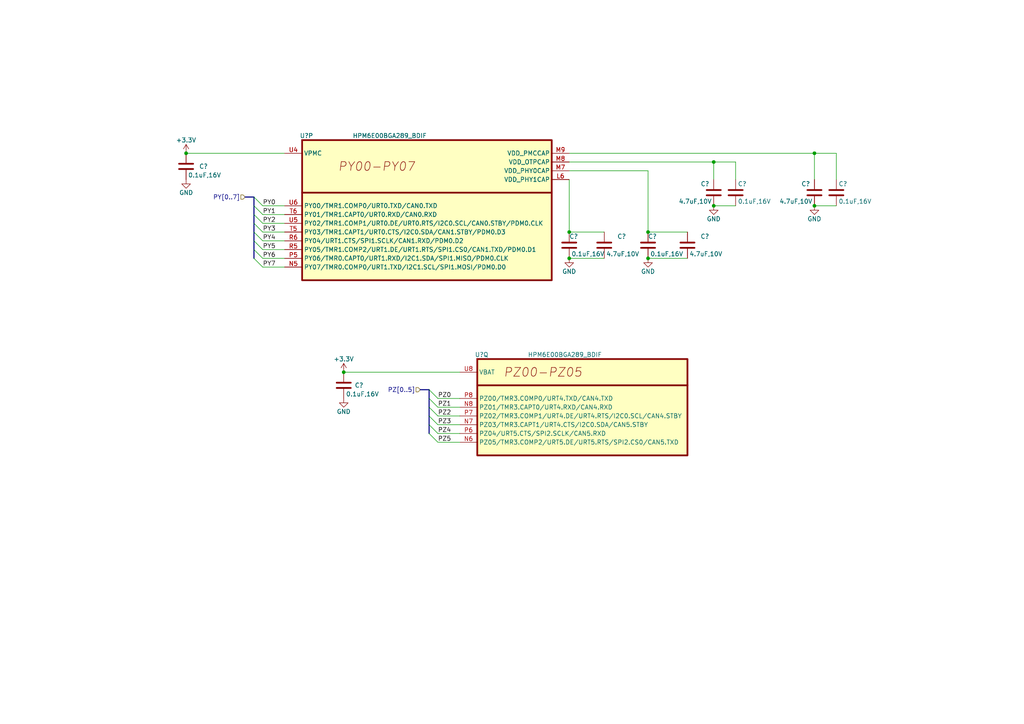
<source format=kicad_sch>
(kicad_sch (version 20230121) (generator eeschema)
  (paper "A4")
  (title_block (title "HPM6E00ADCEVKRevC") (date "2024-09-17") (rev "RevC") (comment 1 "MCU_PY&PZ"))
  (junction (at 187.96 74.93))
  (junction (at 207.01 59.69))
  (junction (at 99.695 107.95))
  (junction (at 236.22 44.45))
  (junction (at 165.1 74.93))
  (junction (at 165.1 67.31))
  (junction (at 53.975 44.45))
  (junction (at 236.22 59.69))
  (junction (at 207.01 46.99))
  (junction (at 187.96 67.31))
  (bus_entry (at 73.66 72.39) (size 2.54 2.54))
  (bus_entry (at 124.46 115.57) (size 2.54 2.54))
  (bus_entry (at 124.46 113.03) (size 2.54 2.54))
  (bus_entry (at 124.46 123.19) (size 2.54 2.54))
  (bus_entry (at 73.66 57.15) (size 2.54 2.54))
  (bus_entry (at 124.46 120.65) (size 2.54 2.54))
  (bus_entry (at 73.66 74.93) (size 2.54 2.54))
  (bus_entry (at 73.66 69.85) (size 2.54 2.54))
  (bus_entry (at 73.66 62.23) (size 2.54 2.54))
  (bus_entry (at 124.46 125.73) (size 2.54 2.54))
  (bus_entry (at 124.46 118.11) (size 2.54 2.54))
  (bus_entry (at 73.66 59.69) (size 2.54 2.54))
  (bus_entry (at 73.66 64.77) (size 2.54 2.54))
  (bus_entry (at 73.66 67.31) (size 2.54 2.54))
  (wire (pts (xy 213.36 46.99) (xy 207.01 46.99)))
  (wire (pts (xy 127 115.57) (xy 133.35 115.57)))
  (wire (pts (xy 207.01 59.69) (xy 213.36 59.69)))
  (bus (pts (xy 73.66 67.31) (xy 73.66 69.85)))
  (bus (pts (xy 73.66 62.23) (xy 73.66 64.77)))
  (bus (pts (xy 124.46 113.03) (xy 124.46 115.57)))
  (wire (pts (xy 236.22 44.45) (xy 236.22 52.07)))
  (bus (pts (xy 124.46 115.57) (xy 124.46 118.11)))
  (wire (pts (xy 76.2 67.31) (xy 82.55 67.31)))
  (bus (pts (xy 71.12 57.15) (xy 73.66 57.15)))
  (wire (pts (xy 76.2 74.93) (xy 82.55 74.93)))
  (wire (pts (xy 165.1 46.99) (xy 207.01 46.99)))
  (wire (pts (xy 53.975 44.45) (xy 82.55 44.45)))
  (wire (pts (xy 76.2 59.69) (xy 82.55 59.69)))
  (wire (pts (xy 213.36 46.99) (xy 213.36 52.07)))
  (wire (pts (xy 187.96 74.93) (xy 199.39 74.93)))
  (wire (pts (xy 165.1 74.93) (xy 175.26 74.93)))
  (wire (pts (xy 76.2 62.23) (xy 82.55 62.23)))
  (wire (pts (xy 236.22 44.45) (xy 242.57 44.45)))
  (bus (pts (xy 73.66 59.69) (xy 73.66 62.23)))
  (bus (pts (xy 73.66 57.15) (xy 73.66 59.69)))
  (wire (pts (xy 127 123.19) (xy 133.35 123.19)))
  (wire (pts (xy 76.2 77.47) (xy 82.55 77.47)))
  (wire (pts (xy 99.695 107.95) (xy 133.35 107.95)))
  (wire (pts (xy 242.57 44.45) (xy 242.57 52.07)))
  (wire (pts (xy 207.01 52.07) (xy 207.01 46.99)))
  (wire (pts (xy 165.1 44.45) (xy 236.22 44.45)))
  (bus (pts (xy 73.66 69.85) (xy 73.66 72.39)))
  (bus (pts (xy 124.46 123.19) (xy 124.46 125.73)))
  (wire (pts (xy 76.2 72.39) (xy 82.55 72.39)))
  (wire (pts (xy 76.2 64.77) (xy 82.55 64.77)))
  (wire (pts (xy 187.96 49.53) (xy 187.96 67.31)))
  (bus (pts (xy 124.46 120.65) (xy 124.46 123.19)))
  (wire (pts (xy 127 120.65) (xy 133.35 120.65)))
  (wire (pts (xy 187.96 67.31) (xy 199.39 67.31)))
  (bus (pts (xy 73.66 64.77) (xy 73.66 67.31)))
  (wire (pts (xy 165.1 67.31) (xy 175.26 67.31)))
  (wire (pts (xy 236.22 59.69) (xy 242.57 59.69)))
  (wire (pts (xy 76.2 69.85) (xy 82.55 69.85)))
  (wire (pts (xy 127 118.11) (xy 133.35 118.11)))
  (wire (pts (xy 127 125.73) (xy 133.35 125.73)))
  (wire (pts (xy 187.96 49.53) (xy 165.1 49.53)))
  (bus (pts (xy 73.66 72.39) (xy 73.66 74.93)))
  (bus (pts (xy 124.46 118.11) (xy 124.46 120.65)))
  (wire (pts (xy 127 128.27) (xy 133.35 128.27)))
  (bus (pts (xy 121.92 113.03) (xy 124.46 113.03)))
  (wire (pts (xy 165.1 67.31) (xy 165.1 52.07)))
  (label "PZ4" (at 127 125.73 0))
  (label "PZ1" (at 127 118.11 0))
  (label "PZ5" (at 127 128.27 0))
  (label "PY1" (at 76.2 62.23 0))
  (label "PY3" (at 76.2 67.31 0))
  (label "PY7" (at 76.2 77.47 0))
  (label "PZ3" (at 127 123.19 0))
  (label "PY2" (at 76.2 64.77 0))
  (label "PY4" (at 76.2 69.85 0))
  (label "PZ2" (at 127 120.65 0))
  (label "PY6" (at 76.2 74.93 0))
  (label "PY5" (at 76.2 72.39 0))
  (label "PY0" (at 76.2 59.69 0))
  (label "PZ0" (at 127 115.57 0))
  (hierarchical_label "PY[0..7]" (shape input) (at 71.12 57.15 180))
  (hierarchical_label "PZ[0..5]" (shape input) (at 121.92 113.03 180))
  (symbol (lib_id "03_HPM_Capacitance:0.1uF,16V_0402") (at 99.695 111.76 0) (unit 1)
    (property "Reference" "C?" (at 102.87 111.76 0) (effects (justify left)))
    (property "Value" "0.1uF,16V" (at 100.33 114.3 0) (effects (justify left)))
    (property "Footprint" "03_HPM_Capacitance:C_0402" (effects hide))
    (property "Model" "CL05B104KO5NNNC" (effects hide))
    (property "Company" "SAMSUNG(三星)" (effects hide))
    (instances (project "HPM6E00 SKT Board BGA289_BDIF REVA" (path "" (reference "C?") (unit 1))) (project "HPM6E00ADCEVKRevC" (path "" (reference "C57") (unit 1))))
  )
  (symbol (lib_id "03_HPM_Capacitance:0.1uF,16V_0402") (at 187.96 71.12 0) (unit 1)
    (property "Reference" "C?" (at 187.96 68.58 0) (effects (justify left)))
    (property "Value" "0.1uF,16V" (at 188.595 73.66 0) (effects (justify left)))
    (property "Footprint" "03_HPM_Capacitance:C_0402_1005Metric" (effects hide))
    (property "Model" "CL05B104KO5NNNC" (effects hide))
    (property "Company" "SAMSUNG(三星)" (effects hide))
    (instances (project "HPM6E00 SKT Board BGA289_BDIF REVA" (path "" (reference "C?") (unit 1))) (project "HPM6E00ADCEVKRevC" (path "" (reference "C60") (unit 1))))
  )
  (symbol (lib_id "03_HPM_Capacitance:0.1uF,16V_0402") (at 242.57 55.88 0) (unit 1)
    (property "Reference" "C?" (at 243.205 53.34 0) (effects (justify left)))
    (property "Value" "0.1uF,16V" (at 243.205 58.42 0) (effects (justify left)))
    (property "Footprint" "03_HPM_Capacitance:C_0402" (effects hide))
    (property "Model" "CL05B104KO5NNNC" (effects hide))
    (property "Company" "SAMSUNG(三星)" (effects hide))
    (instances (project "HPM6E00 SKT Board BGA289_BDIF REVA" (path "" (reference "C?") (unit 1))) (project "HPM6E00ADCEVKRevC" (path "" (reference "C65") (unit 1))))
  )
  (symbol (lib_id "03_HPM_Capacitance:0.1uF,16V_0402") (at 213.36 55.88 0) (unit 1)
    (property "Reference" "C?" (at 213.995 53.34 0) (effects (justify left)))
    (property "Value" "0.1uF,16V" (at 213.995 58.42 0) (effects (justify left)))
    (property "Footprint" "03_HPM_Capacitance:C_0402" (effects hide))
    (property "Model" "CL05B104KO5NNNC" (effects hide))
    (property "Company" "SAMSUNG(三星)" (effects hide))
    (instances (project "HPM6E00 SKT Board BGA289_BDIF REVA" (path "" (reference "C?") (unit 1))) (project "HPM6E00ADCEVKRevC" (path "" (reference "C63") (unit 1))))
  )
  (symbol (lib_id "03_HPM_Capacitance:4.7uF,10V_0402") (at 175.26 71.12 0) (mirror y) (unit 1)
    (property "Reference" "C?" (at 181.61 68.58 0) (effects (justify left)))
    (property "Value" "4.7uF,10V" (at 185.42 73.66 0) (effects (justify left)))
    (property "Footprint" "03_HPM_Capacitance:C_0402_1005Metric" (effects hide))
    (property "Model" " CL05A475MP5NRNC" (effects hide))
    (property "Company" " SAMSUNG(三星)" (effects hide))
    (instances (project "HPM6E00 SKT Board BGA289_BDIF REVA" (path "" (reference "C?") (unit 1))) (project "HPM6E00ADCEVKRevC" (path "" (reference "C?") (unit 1)) (path "" (reference "C59") (unit 1))))
  )
  (symbol (lib_id "03_HPM_Capacitance:0.1uF,16V_0402") (at 165.1 71.12 0) (unit 1)
    (property "Reference" "C?" (at 165.1 68.58 0) (effects (justify left)))
    (property "Value" "0.1uF,16V" (at 165.735 73.66 0) (effects (justify left)))
    (property "Footprint" "03_HPM_Capacitance:C_0402_1005Metric" (effects hide))
    (property "Model" "CL05B104KO5NNNC" (effects hide))
    (property "Company" "SAMSUNG(三星)" (effects hide))
    (instances (project "HPM6E00 SKT Board BGA289_BDIF REVA" (path "" (reference "C?") (unit 1))) (project "HPM6E00ADCEVKRevC" (path "" (reference "C58") (unit 1))))
  )
  (symbol (lib_id "power:+3.3V") (at 99.695 107.95 0) (unit 1)
    (property "Reference" "#PWR?" (effects hide))
    (property "Value" "+3.3V" (at 99.695 104.14 0))
    (instances (project "HPM6E00 SKT Board BGA289_BDIF REVA" (path "" (reference "#PWR?") (unit 1)) (path "" (reference "#PWR?") (unit 1)) (path "" (reference "#PWR?") (unit 1)) (path "" (reference "#PWR?") (unit 1))) (project "HPM5300-CON-JTAG" (path "" (reference "#PWR?") (unit 1))) (project "HPM6E00ADCEVKRevC" (path "" (reference "#PWR0161") (unit 1))) (project "HPM5300 SKT Board LQFP100 REVA" (path "" (reference "#PWR?") (unit 1))))
  )
  (symbol (lib_id "power:GND") (at 165.1 74.93 0) (mirror y) (unit 1)
    (property "Reference" "#PWR?" (effects hide))
    (property "Value" "GND" (at 167.132 78.74 0) (effects (justify left)))
    (instances (project "HPM6E00 SKT Board BGA289_BDIF REVA" (path "" (reference "#PWR?") (unit 1)) (path "" (reference "#PWR?") (unit 1)) (path "" (reference "#PWR?") (unit 1)) (path "" (reference "#PWR?") (unit 1))) (project "HPM5300-CON-JTAG" (path "" (reference "#PWR?") (unit 1))) (project "HPM6E00ADCEVKRevC" (path "" (reference "#PWR0163") (unit 1))) (project "HPM5300 SKT Board LQFP100 REVA" (path "" (reference "#PWR?") (unit 1))))
  )
  (symbol (lib_id "power:GND") (at 99.695 115.57 0) (mirror y) (unit 1)
    (property "Reference" "#PWR?" (effects hide))
    (property "Value" "GND" (at 101.727 119.38 0) (effects (justify left)))
    (instances (project "HPM6E00 SKT Board BGA289_BDIF REVA" (path "" (reference "#PWR?") (unit 1)) (path "" (reference "#PWR?") (unit 1)) (path "" (reference "#PWR?") (unit 1)) (path "" (reference "#PWR?") (unit 1))) (project "HPM5300-CON-JTAG" (path "" (reference "#PWR?") (unit 1))) (project "HPM6E00ADCEVKRevC" (path "" (reference "#PWR0162") (unit 1))) (project "HPM5300 SKT Board LQFP100 REVA" (path "" (reference "#PWR?") (unit 1))))
  )
  (symbol (lib_id "03_HPM_Capacitance:4.7uF,10V_0402") (at 199.39 71.12 0) (mirror y) (unit 1)
    (property "Reference" "C?" (at 205.74 68.58 0) (effects (justify left)))
    (property "Value" "4.7uF,10V" (at 209.55 73.66 0) (effects (justify left)))
    (property "Footprint" "03_HPM_Capacitance:C_0402_1005Metric" (effects hide))
    (property "Model" " CL05A475MP5NRNC" (effects hide))
    (property "Company" " SAMSUNG(三星)" (effects hide))
    (instances (project "HPM6E00 SKT Board BGA289_BDIF REVA" (path "" (reference "C?") (unit 1))) (project "HPM6E00ADCEVKRevC" (path "" (reference "C?") (unit 1)) (path "" (reference "C61") (unit 1))))
  )
  (symbol (lib_id "power:GND") (at 187.96 74.93 0) (mirror y) (unit 1)
    (property "Reference" "#PWR?" (effects hide))
    (property "Value" "GND" (at 189.992 78.74 0) (effects (justify left)))
    (instances (project "HPM6E00 SKT Board BGA289_BDIF REVA" (path "" (reference "#PWR?") (unit 1)) (path "" (reference "#PWR?") (unit 1)) (path "" (reference "#PWR?") (unit 1)) (path "" (reference "#PWR?") (unit 1))) (project "HPM5300-CON-JTAG" (path "" (reference "#PWR?") (unit 1))) (project "HPM6E00ADCEVKRevC" (path "" (reference "#PWR0159") (unit 1))) (project "HPM5300 SKT Board LQFP100 REVA" (path "" (reference "#PWR?") (unit 1))))
  )
  (symbol (lib_id "99_HPM:HPM6E00BGA289_BDIF") (at 138.43 104.14 0) (unit 17)
    (property "Reference" "U?" (at 139.7 102.87 0))
    (property "Value" "HPM6E00BGA289_BDIF" (at 163.83 102.87 0))
    (property "Footprint" "00_HPM_Library:BGA-289_17x17_14.0x14.0mm" (effects hide))
    (instances (project "HPM6E00 SKT Board BGA289_BDIF REVA" (path "" (reference "U?") (unit 17))) (project "HPM6E00ADCEVKRevC" (path "" (reference "U9") (unit 17))))
  )
  (symbol (lib_id "99_HPM:HPM6E00BGA289_BDIF") (at 87.63 40.64 0) (unit 16)
    (property "Reference" "U?" (at 88.9 39.37 0))
    (property "Value" "HPM6E00BGA289_BDIF" (at 113.03 39.37 0))
    (property "Footprint" "00_HPM_Library:BGA-289_17x17_14.0x14.0mm" (effects hide))
    (instances (project "HPM6E00 SKT Board BGA289_BDIF REVA" (path "" (reference "U?") (unit 16))) (project "HPM6E00ADCEVKRevC" (path "" (reference "U9") (unit 16))))
  )
  (symbol (lib_id "power:GND") (at 236.22 59.69 0) (mirror y) (unit 1)
    (property "Reference" "#PWR?" (effects hide))
    (property "Value" "GND" (at 238.252 63.5 0) (effects (justify left)))
    (instances (project "HPM6E00 SKT Board BGA289_BDIF REVA" (path "" (reference "#PWR?") (unit 1)) (path "" (reference "#PWR?") (unit 1)) (path "" (reference "#PWR?") (unit 1)) (path "" (reference "#PWR?") (unit 1))) (project "HPM5300-CON-JTAG" (path "" (reference "#PWR?") (unit 1))) (project "HPM6E00ADCEVKRevC" (path "" (reference "#PWR0160") (unit 1))) (project "HPM5300 SKT Board LQFP100 REVA" (path "" (reference "#PWR?") (unit 1))))
  )
  (symbol (lib_id "power:GND") (at 207.01 59.69 0) (mirror y) (unit 1)
    (property "Reference" "#PWR?" (effects hide))
    (property "Value" "GND" (at 209.042 63.5 0) (effects (justify left)))
    (instances (project "HPM6E00 SKT Board BGA289_BDIF REVA" (path "" (reference "#PWR?") (unit 1)) (path "" (reference "#PWR?") (unit 1)) (path "" (reference "#PWR?") (unit 1)) (path "" (reference "#PWR?") (unit 1))) (project "HPM5300-CON-JTAG" (path "" (reference "#PWR?") (unit 1))) (project "HPM6E00ADCEVKRevC" (path "" (reference "#PWR0158") (unit 1))) (project "HPM5300 SKT Board LQFP100 REVA" (path "" (reference "#PWR?") (unit 1))))
  )
  (symbol (lib_id "03_HPM_Capacitance:4.7uF,10V_0402") (at 207.01 55.88 0) (unit 1)
    (property "Reference" "C?" (at 203.2 53.34 0) (effects (justify left)))
    (property "Value" "4.7uF,10V" (at 196.85 58.42 0) (effects (justify left)))
    (property "Footprint" "03_HPM_Capacitance:C_0402" (effects hide))
    (property "Model" " CL05A475MP5NRNC" (effects hide))
    (property "Company" " SAMSUNG(三星)" (effects hide))
    (instances (project "HPM6E00 SKT Board BGA289_BDIF REVA" (path "" (reference "C?") (unit 1))) (project "HPM6E00ADCEVKRevC" (path "" (reference "C?") (unit 1)) (path "" (reference "C62") (unit 1))))
  )
  (symbol (lib_id "power:GND") (at 53.975 52.07 0) (unit 1)
    (property "Reference" "#PWR?" (effects hide))
    (property "Value" "GND" (at 51.943 55.88 0) (effects (justify left)))
    (instances (project "HPM6E00 SKT Board BGA289_BDIF REVA" (path "" (reference "#PWR?") (unit 1)) (path "" (reference "#PWR?") (unit 1)) (path "" (reference "#PWR?") (unit 1)) (path "" (reference "#PWR?") (unit 1))) (project "HPM5300-CON-JTAG" (path "" (reference "#PWR?") (unit 1))) (project "HPM6E00ADCEVKRevC" (path "" (reference "#PWR0157") (unit 1))) (project "HPM5300 SKT Board LQFP100 REVA" (path "" (reference "#PWR?") (unit 1))))
  )
  (symbol (lib_id "power:+3.3V") (at 53.975 44.45 0) (unit 1)
    (property "Reference" "#PWR?" (effects hide))
    (property "Value" "+3.3V" (at 53.975 40.64 0))
    (instances (project "HPM6E00 SKT Board BGA289_BDIF REVA" (path "" (reference "#PWR?") (unit 1)) (path "" (reference "#PWR?") (unit 1)) (path "" (reference "#PWR?") (unit 1)) (path "" (reference "#PWR?") (unit 1))) (project "HPM5300-CON-JTAG" (path "" (reference "#PWR?") (unit 1))) (project "HPM6E00ADCEVKRevC" (path "" (reference "#PWR0156") (unit 1))) (project "HPM5300 SKT Board LQFP100 REVA" (path "" (reference "#PWR?") (unit 1))))
  )
  (symbol (lib_id "03_HPM_Capacitance:4.7uF,10V_0402") (at 236.22 55.88 0) (unit 1)
    (property "Reference" "C?" (at 232.41 53.34 0) (effects (justify left)))
    (property "Value" "4.7uF,10V" (at 226.06 58.42 0) (effects (justify left)))
    (property "Footprint" "03_HPM_Capacitance:C_0402" (effects hide))
    (property "Model" " CL05A475MP5NRNC" (effects hide))
    (property "Company" " SAMSUNG(三星)" (effects hide))
    (instances (project "HPM6E00 SKT Board BGA289_BDIF REVA" (path "" (reference "C?") (unit 1))) (project "HPM6E00ADCEVKRevC" (path "" (reference "C?") (unit 1)) (path "" (reference "C64") (unit 1))))
  )
  (symbol (lib_id "03_HPM_Capacitance:0.1uF,16V_0402") (at 53.975 48.26 180) (unit 1)
    (property "Reference" "C?" (at 60.325 48.26 0) (effects (justify left)))
    (property "Value" "0.1uF,16V" (at 64.135 50.8 0) (effects (justify left)))
    (property "Footprint" "03_HPM_Capacitance:C_0402" (effects hide))
    (property "Model" "CL05B104KO5NNNC" (effects hide))
    (property "Company" "SAMSUNG(三星)" (effects hide))
    (instances (project "HPM5300-USB-OSC" (path "" (reference "C?") (unit 1))) (project "HPM6E00 SKT Board BGA289_BDIF REVA" (path "" (reference "C?") (unit 1)) (path "" (reference "C?") (unit 1)) (path "" (reference "C?") (unit 1)) (path "" (reference "C?") (unit 1)) (path "" (reference "C?") (unit 1))) (project "HPM6E00ADCEVKRevC" (path "" (reference "C56") (unit 1))) (project "HPM5300 SKT Board LQFP100 REVA" (path "" (reference "C?") (unit 1))))
  )
)
</source>
